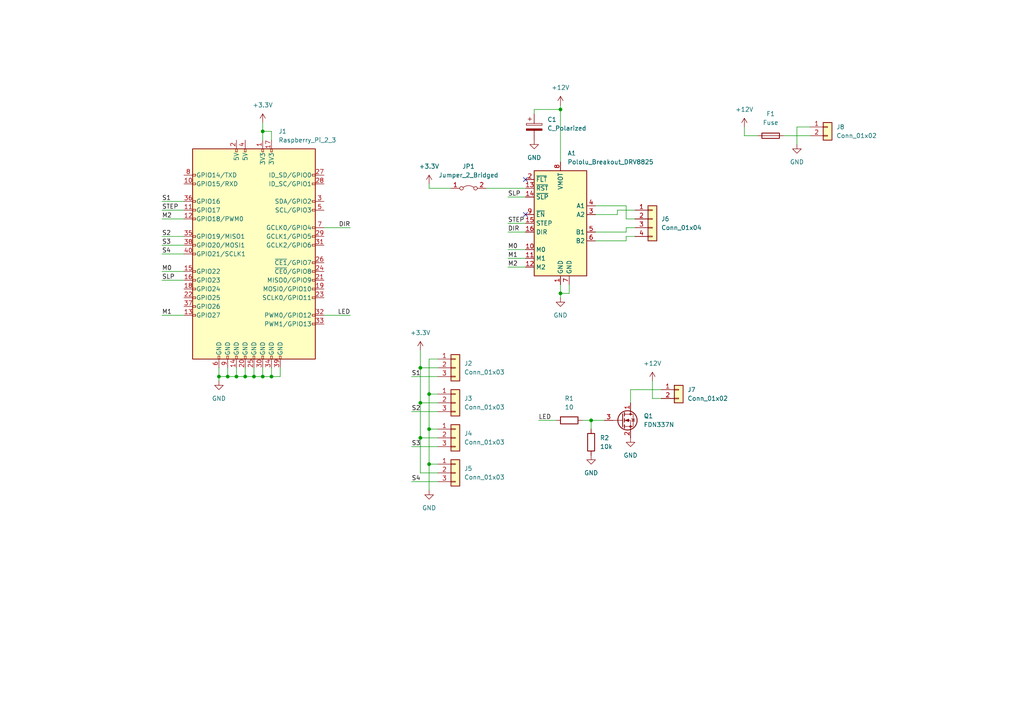
<source format=kicad_sch>
(kicad_sch (version 20211123) (generator eeschema)
  (paper "A4")
  (lib_symbols
    (symbol "Connector:Raspberry_Pi_2_3" (pin_names (offset 1.016))
      (property "Reference" "J" (at -17.78 31.75 0))
      (property "Value" "Raspberry_Pi_2_3" (at 10.16 -31.75 0))
      (symbol "Raspberry_Pi_2_3_0_1"
        (rectangle (start -17.78 30.48) (end 17.78 -30.48) (stroke (width 0.254)) (fill (type background)))
      )
      (symbol "Raspberry_Pi_2_3_1_1"
        (rectangle (start -16.891 -17.526) (end -17.78 -18.034))
        (rectangle (start -16.891 -14.986) (end -17.78 -15.494))
        (rectangle (start -16.891 -12.446) (end -17.78 -12.954))
        (rectangle (start -16.891 -9.906) (end -17.78 -10.414))
        (rectangle (start -16.891 -7.366) (end -17.78 -7.874))
        (rectangle (start -16.891 -4.826) (end -17.78 -5.334))
        (rectangle (start -16.891 0.254) (end -17.78 -0.254))
        (rectangle (start -16.891 2.794) (end -17.78 2.286))
        (rectangle (start -16.891 5.334) (end -17.78 4.826))
        (rectangle (start -16.891 10.414) (end -17.78 9.906))
        (rectangle (start -16.891 12.954) (end -17.78 12.446))
        (rectangle (start -16.891 15.494) (end -17.78 14.986))
        (rectangle (start -16.891 20.574) (end -17.78 20.066))
        (rectangle (start -16.891 23.114) (end -17.78 22.606))
        (rectangle (start -10.414 -29.591) (end -9.906 -30.48))
        (rectangle (start -7.874 -29.591) (end -7.366 -30.48))
        (rectangle (start -5.334 -29.591) (end -4.826 -30.48))
        (rectangle (start -5.334 30.48) (end -4.826 29.591))
        (rectangle (start -2.794 -29.591) (end -2.286 -30.48))
        (rectangle (start -2.794 30.48) (end -2.286 29.591))
        (rectangle (start -0.254 -29.591) (end 0.254 -30.48))
        (rectangle (start 2.286 -29.591) (end 2.794 -30.48))
        (rectangle (start 2.286 30.48) (end 2.794 29.591))
        (rectangle (start 4.826 -29.591) (end 5.334 -30.48))
        (rectangle (start 4.826 30.48) (end 5.334 29.591))
        (rectangle (start 7.366 -29.591) (end 7.874 -30.48))
        (rectangle (start 17.78 -20.066) (end 16.891 -20.574))
        (rectangle (start 17.78 -17.526) (end 16.891 -18.034))
        (rectangle (start 17.78 -12.446) (end 16.891 -12.954))
        (rectangle (start 17.78 -9.906) (end 16.891 -10.414))
        (rectangle (start 17.78 -7.366) (end 16.891 -7.874))
        (rectangle (start 17.78 -4.826) (end 16.891 -5.334))
        (rectangle (start 17.78 -2.286) (end 16.891 -2.794))
        (rectangle (start 17.78 2.794) (end 16.891 2.286))
        (rectangle (start 17.78 5.334) (end 16.891 4.826))
        (rectangle (start 17.78 7.874) (end 16.891 7.366))
        (rectangle (start 17.78 12.954) (end 16.891 12.446))
        (rectangle (start 17.78 15.494) (end 16.891 14.986))
        (rectangle (start 17.78 20.574) (end 16.891 20.066))
        (rectangle (start 17.78 23.114) (end 16.891 22.606))
        (pin power_in line (at 2.54 33.02 270) (length 2.54) (name "3V3") (number "1"))
        (pin bidirectional line (at -20.32 20.32 0) (length 2.54) (name "GPIO15/RXD") (number "10"))
        (pin bidirectional line (at -20.32 12.7 0) (length 2.54) (name "GPIO17") (number "11"))
        (pin bidirectional line (at -20.32 10.16 0) (length 2.54) (name "GPIO18/PWM0") (number "12"))
        (pin bidirectional line (at -20.32 -17.78 0) (length 2.54) (name "GPIO27") (number "13"))
        (pin power_in line (at -5.08 -33.02 90) (length 2.54) (name "GND") (number "14"))
        (pin bidirectional line (at -20.32 -5.08 0) (length 2.54) (name "GPIO22") (number "15"))
        (pin bidirectional line (at -20.32 -7.62 0) (length 2.54) (name "GPIO23") (number "16"))
        (pin power_in line (at 5.08 33.02 270) (length 2.54) (name "3V3") (number "17"))
        (pin bidirectional line (at -20.32 -10.16 0) (length 2.54) (name "GPIO24") (number "18"))
        (pin bidirectional line (at 20.32 -10.16 180) (length 2.54) (name "MOSI0/GPIO10") (number "19"))
        (pin power_in line (at -5.08 33.02 270) (length 2.54) (name "5V") (number "2"))
        (pin power_in line (at -2.54 -33.02 90) (length 2.54) (name "GND") (number "20"))
        (pin bidirectional line (at 20.32 -7.62 180) (length 2.54) (name "MISO0/GPIO9") (number "21"))
        (pin bidirectional line (at -20.32 -12.7 0) (length 2.54) (name "GPIO25") (number "22"))
        (pin bidirectional line (at 20.32 -12.7 180) (length 2.54) (name "SCLK0/GPIO11") (number "23"))
        (pin bidirectional line (at 20.32 -5.08 180) (length 2.54) (name "~{CE0}/GPIO8") (number "24"))
        (pin power_in line (at 0 -33.02 90) (length 2.54) (name "GND") (number "25"))
        (pin bidirectional line (at 20.32 -2.54 180) (length 2.54) (name "~{CE1}/GPIO7") (number "26"))
        (pin bidirectional line (at 20.32 22.86 180) (length 2.54) (name "ID_SD/GPIO0") (number "27"))
        (pin bidirectional line (at 20.32 20.32 180) (length 2.54) (name "ID_SC/GPIO1") (number "28"))
        (pin bidirectional line (at 20.32 5.08 180) (length 2.54) (name "GCLK1/GPIO5") (number "29"))
        (pin bidirectional line (at 20.32 15.24 180) (length 2.54) (name "SDA/GPIO2") (number "3"))
        (pin power_in line (at 2.54 -33.02 90) (length 2.54) (name "GND") (number "30"))
        (pin bidirectional line (at 20.32 2.54 180) (length 2.54) (name "GCLK2/GPIO6") (number "31"))
        (pin bidirectional line (at 20.32 -17.78 180) (length 2.54) (name "PWM0/GPIO12") (number "32"))
        (pin bidirectional line (at 20.32 -20.32 180) (length 2.54) (name "PWM1/GPIO13") (number "33"))
        (pin power_in line (at 5.08 -33.02 90) (length 2.54) (name "GND") (number "34"))
        (pin bidirectional line (at -20.32 5.08 0) (length 2.54) (name "GPIO19/MISO1") (number "35"))
        (pin bidirectional line (at -20.32 15.24 0) (length 2.54) (name "GPIO16") (number "36"))
        (pin bidirectional line (at -20.32 -15.24 0) (length 2.54) (name "GPIO26") (number "37"))
        (pin bidirectional line (at -20.32 2.54 0) (length 2.54) (name "GPIO20/MOSI1") (number "38"))
        (pin power_in line (at 7.62 -33.02 90) (length 2.54) (name "GND") (number "39"))
        (pin power_in line (at -2.54 33.02 270) (length 2.54) (name "5V") (number "4"))
        (pin bidirectional line (at -20.32 0 0) (length 2.54) (name "GPIO21/SCLK1") (number "40"))
        (pin bidirectional line (at 20.32 12.7 180) (length 2.54) (name "SCL/GPIO3") (number "5"))
        (pin power_in line (at -10.16 -33.02 90) (length 2.54) (name "GND") (number "6"))
        (pin bidirectional line (at 20.32 7.62 180) (length 2.54) (name "GCLK0/GPIO4") (number "7"))
        (pin bidirectional line (at -20.32 22.86 0) (length 2.54) (name "GPIO14/TXD") (number "8"))
        (pin power_in line (at -7.62 -33.02 90) (length 2.54) (name "GND") (number "9"))
      )
    )
    (symbol "Connector_Generic:Conn_01x02" (pin_names (offset 1.016) hide)
      (property "Reference" "J" (at 0 2.54 0))
      (property "Value" "Conn_01x02" (at 0 -5.08 0))
      (symbol "Conn_01x02_1_1"
        (rectangle (start -1.27 -2.413) (end 0 -2.667) (stroke (width 0.1524)))
        (rectangle (start -1.27 0.127) (end 0 -0.127) (stroke (width 0.1524)))
        (rectangle (start -1.27 1.27) (end 1.27 -3.81) (stroke (width 0.254)) (fill (type background)))
        (pin passive line (at -5.08 0 0) (length 3.81) (name "Pin_1") (number "1"))
        (pin passive line (at -5.08 -2.54 0) (length 3.81) (name "Pin_2") (number "2"))
      )
    )
    (symbol "Connector_Generic:Conn_01x03" (pin_names (offset 1.016) hide)
      (property "Reference" "J" (at 0 5.08 0))
      (property "Value" "Conn_01x03" (at 0 -5.08 0))
      (symbol "Conn_01x03_1_1"
        (rectangle (start -1.27 -2.413) (end 0 -2.667) (stroke (width 0.1524)))
        (rectangle (start -1.27 0.127) (end 0 -0.127) (stroke (width 0.1524)))
        (rectangle (start -1.27 2.667) (end 0 2.413) (stroke (width 0.1524)))
        (rectangle (start -1.27 3.81) (end 1.27 -3.81) (stroke (width 0.254)) (fill (type background)))
        (pin passive line (at -5.08 2.54 0) (length 3.81) (name "Pin_1") (number "1"))
        (pin passive line (at -5.08 0 0) (length 3.81) (name "Pin_2") (number "2"))
        (pin passive line (at -5.08 -2.54 0) (length 3.81) (name "Pin_3") (number "3"))
      )
    )
    (symbol "Connector_Generic:Conn_01x04" (pin_names (offset 1.016) hide)
      (property "Reference" "J" (at 0 5.08 0))
      (property "Value" "Conn_01x04" (at 0 -7.62 0))
      (symbol "Conn_01x04_1_1"
        (rectangle (start -1.27 -4.953) (end 0 -5.207) (stroke (width 0.1524)))
        (rectangle (start -1.27 -2.413) (end 0 -2.667) (stroke (width 0.1524)))
        (rectangle (start -1.27 0.127) (end 0 -0.127) (stroke (width 0.1524)))
        (rectangle (start -1.27 2.667) (end 0 2.413) (stroke (width 0.1524)))
        (rectangle (start -1.27 3.81) (end 1.27 -6.35) (stroke (width 0.254)) (fill (type background)))
        (pin passive line (at -5.08 2.54 0) (length 3.81) (name "Pin_1") (number "1"))
        (pin passive line (at -5.08 0 0) (length 3.81) (name "Pin_2") (number "2"))
        (pin passive line (at -5.08 -2.54 0) (length 3.81) (name "Pin_3") (number "3"))
        (pin passive line (at -5.08 -5.08 0) (length 3.81) (name "Pin_4") (number "4"))
      )
    )
    (symbol "Device:C_Polarized" (pin_numbers hide) (pin_names (offset 0.254))
      (property "Reference" "C" (at 0.635 2.54 0))
      (property "Value" "C_Polarized" (at 0.635 -2.54 0))
      (symbol "C_Polarized_0_1"
        (rectangle (start -2.286 0.508) (end 2.286 1.016))
        (polyline (pts (xy -1.778 2.286) (xy -0.762 2.286)))
        (polyline (pts (xy -1.27 2.794) (xy -1.27 1.778)))
        (rectangle (start 2.286 -0.508) (end -2.286 -1.016) (fill (type outline)))
      )
      (symbol "C_Polarized_1_1"
        (pin passive line (at 0 3.81 270) (length 2.794) (name "~") (number "1"))
        (pin passive line (at 0 -3.81 90) (length 2.794) (name "~") (number "2"))
      )
    )
    (symbol "Device:Fuse" (pin_numbers hide) (pin_names (offset 0))
      (property "Reference" "F" (at 2.032 0 90))
      (property "Value" "Fuse" (at -1.905 0 90))
      (symbol "Fuse_0_1"
        (rectangle (start -0.762 -2.54) (end 0.762 2.54) (stroke (width 0.254)))
        (polyline (pts (xy 0 2.54) (xy 0 -2.54)))
      )
      (symbol "Fuse_1_1"
        (pin passive line (at 0 3.81 270) (length 1.27) (name "~") (number "1"))
        (pin passive line (at 0 -3.81 90) (length 1.27) (name "~") (number "2"))
      )
    )
    (symbol "Device:Q_NMOS_DSG" (pin_names (offset 0) hide)
      (property "Reference" "Q" (at 5.08 1.27 0))
      (property "Value" "Q_NMOS_DSG" (at 5.08 -1.27 0))
      (symbol "Q_NMOS_DSG_0_1"
        (polyline (pts (xy 0.254 0) (xy -2.54 0)))
        (polyline (pts (xy 0.254 1.905) (xy 0.254 -1.905)) (stroke (width 0.254)))
        (polyline (pts (xy 0.762 -1.27) (xy 0.762 -2.286)) (stroke (width 0.254)))
        (polyline (pts (xy 0.762 0.508) (xy 0.762 -0.508)) (stroke (width 0.254)))
        (polyline (pts (xy 0.762 2.286) (xy 0.762 1.27)) (stroke (width 0.254)))
        (polyline (pts (xy 2.54 2.54) (xy 2.54 1.778)))
        (polyline (pts (xy 2.54 -2.54) (xy 2.54 0) (xy 0.762 0)))
        (polyline (pts (xy 0.762 -1.778) (xy 3.302 -1.778) (xy 3.302 1.778) (xy 0.762 1.778)))
        (polyline (pts (xy 1.016 0) (xy 2.032 0.381) (xy 2.032 -0.381) (xy 1.016 0)) (fill (type outline)))
        (polyline (pts (xy 2.794 0.508) (xy 2.921 0.381) (xy 3.683 0.381) (xy 3.81 0.254)))
        (polyline (pts (xy 3.302 0.381) (xy 2.921 -0.254) (xy 3.683 -0.254) (xy 3.302 0.381)))
        (circle (center 1.651 0) (radius 2.794) (stroke (width 0.254)))
        (circle (center 2.54 -1.778) (radius 0.254) (fill (type outline)))
        (circle (center 2.54 1.778) (radius 0.254) (fill (type outline)))
      )
      (symbol "Q_NMOS_DSG_1_1"
        (pin passive line (at 2.54 5.08 270) (length 2.54) (name "D") (number "1"))
        (pin passive line (at 2.54 -5.08 90) (length 2.54) (name "S") (number "2"))
        (pin input line (at -5.08 0 0) (length 2.54) (name "G") (number "3"))
      )
    )
    (symbol "Device:R" (pin_numbers hide) (pin_names (offset 0))
      (property "Reference" "R" (at 2.032 0 90))
      (property "Value" "R" (at 0 0 90))
      (symbol "R_0_1"
        (rectangle (start -1.016 -2.54) (end 1.016 2.54) (stroke (width 0.254)))
      )
      (symbol "R_1_1"
        (pin passive line (at 0 3.81 270) (length 1.27) (name "~") (number "1"))
        (pin passive line (at 0 -3.81 90) (length 1.27) (name "~") (number "2"))
      )
    )
    (symbol "Driver_Motor:Pololu_Breakout_DRV8825"
      (property "Reference" "A" (at -2.54 16.51 0))
      (property "Value" "Pololu_Breakout_DRV8825" (at -2.54 13.97 0))
      (symbol "Pololu_Breakout_DRV8825_0_1"
        (rectangle (start 7.62 -17.78) (end -7.62 12.7) (stroke (width 0.254)) (fill (type background)))
      )
      (symbol "Pololu_Breakout_DRV8825_1_1"
        (pin power_in line (at 0 -20.32 90) (length 2.54) (name "GND") (number "1"))
        (pin input line (at -10.16 -10.16 0) (length 2.54) (name "M0") (number "10"))
        (pin input line (at -10.16 -12.7 0) (length 2.54) (name "M1") (number "11"))
        (pin input line (at -10.16 -15.24 0) (length 2.54) (name "M2") (number "12"))
        (pin input line (at -10.16 7.62 0) (length 2.54) (name "~{RST}") (number "13"))
        (pin input line (at -10.16 5.08 0) (length 2.54) (name "~{SLP}") (number "14"))
        (pin input line (at -10.16 -2.54 0) (length 2.54) (name "STEP") (number "15"))
        (pin input line (at -10.16 -5.08 0) (length 2.54) (name "DIR") (number "16"))
        (pin output line (at -10.16 10.16 0) (length 2.54) (name "~{FLT}") (number "2"))
        (pin output line (at 10.16 0 180) (length 2.54) (name "A2") (number "3"))
        (pin output line (at 10.16 2.54 180) (length 2.54) (name "A1") (number "4"))
        (pin output line (at 10.16 -5.08 180) (length 2.54) (name "B1") (number "5"))
        (pin output line (at 10.16 -7.62 180) (length 2.54) (name "B2") (number "6"))
        (pin power_in line (at 2.54 -20.32 90) (length 2.54) (name "GND") (number "7"))
        (pin power_in line (at 0 15.24 270) (length 2.54) (name "VMOT") (number "8"))
        (pin input line (at -10.16 0 0) (length 2.54) (name "~{EN}") (number "9"))
      )
    )
    (symbol "Jumper:Jumper_2_Bridged" (pin_names (offset 0) hide)
      (property "Reference" "JP" (at 0 1.905 0))
      (property "Value" "Jumper_2_Bridged" (at 0 -2.54 0))
      (symbol "Jumper_2_Bridged_0_0"
        (circle (center -2.032 0) (radius 0.508))
        (circle (center 2.032 0) (radius 0.508))
      )
      (symbol "Jumper_2_Bridged_0_1"
        (arc (start 1.524 0.254) (mid 0 0.762) (end -1.524 0.254))
      )
      (symbol "Jumper_2_Bridged_1_1"
        (pin passive line (at -5.08 0 0) (length 2.54) (name "A") (number "1"))
        (pin passive line (at 5.08 0 180) (length 2.54) (name "B") (number "2"))
      )
    )
    (symbol "power:+12V" (power) (pin_names (offset 0))
      (property "Value" "+12V" (at 0 3.556 0))
      (symbol "+12V_0_1"
        (polyline (pts (xy -0.762 1.27) (xy 0 2.54)))
        (polyline (pts (xy 0 0) (xy 0 2.54)))
        (polyline (pts (xy 0 2.54) (xy 0.762 1.27)))
      )
      (symbol "+12V_1_1"
        (pin power_in line (at 0 0 90) (length 0) hide (name "+12V") (number "1"))
      )
    )
    (symbol "power:+3.3V" (power) (pin_names (offset 0))
      (property "Value" "+3.3V" (at 0 3.556 0))
      (symbol "+3.3V_0_1"
        (polyline (pts (xy -0.762 1.27) (xy 0 2.54)))
        (polyline (pts (xy 0 0) (xy 0 2.54)))
        (polyline (pts (xy 0 2.54) (xy 0.762 1.27)))
      )
      (symbol "+3.3V_1_1"
        (pin power_in line (at 0 0 90) (length 0) hide (name "+3.3V") (number "1"))
      )
    )
    (symbol "power:GND" (power) (pin_names (offset 0))
      (property "Value" "GND" (at 0 -3.81 0))
      (symbol "GND_0_1"
        (polyline (pts (xy 0 0) (xy 0 -1.27) (xy 1.27 -1.27) (xy 0 -2.54) (xy -1.27 -1.27) (xy 0 -1.27)))
      )
      (symbol "GND_1_1"
        (pin power_in line (at 0 0 270) (length 0) hide (name "GND") (number "1"))
      )
    )
  )
  (junction (at 63.5 109.22))
  (junction (at 121.92 127))
  (junction (at 121.92 106.68))
  (junction (at 124.46 134.62))
  (junction (at 68.58 109.22))
  (junction (at 124.46 114.3))
  (junction (at 162.56 85.09))
  (junction (at 76.2 38.1))
  (junction (at 71.12 109.22))
  (junction (at 73.66 109.22))
  (junction (at 76.2 109.22))
  (junction (at 78.74 109.22))
  (junction (at 121.92 116.84))
  (junction (at 171.45 121.92))
  (junction (at 124.46 124.46))
  (junction (at 162.56 31.75))
  (junction (at 66.04 109.22))
  (no_connect (at 152.4 52.07))
  (no_connect (at 152.4 62.23))
  (wire (pts (xy 171.45 121.92) (xy 175.26 121.92)))
  (wire (pts (xy 124.46 134.62) (xy 127 134.62)))
  (wire (pts (xy 46.99 68.58) (xy 53.34 68.58)))
  (wire (pts (xy 165.1 85.09) (xy 165.1 82.55)))
  (wire (pts (xy 181.61 59.69) (xy 181.61 63.5)))
  (wire (pts (xy 124.46 134.62) (xy 124.46 142.24)))
  (wire (pts (xy 181.61 63.5) (xy 184.15 63.5)))
  (wire (pts (xy 147.32 64.77) (xy 152.4 64.77)))
  (wire (pts (xy 172.72 67.31) (xy 181.61 67.31)))
  (wire (pts (xy 73.66 109.22) (xy 71.12 109.22)))
  (wire (pts (xy 93.98 91.44) (xy 101.6 91.44)))
  (wire (pts (xy 227.33 39.37) (xy 234.95 39.37)))
  (wire (pts (xy 179.07 60.96) (xy 179.07 62.23)))
  (wire (pts (xy 181.61 67.31) (xy 181.61 66.04)))
  (wire (pts (xy 124.46 124.46) (xy 127 124.46)))
  (wire (pts (xy 162.56 31.75) (xy 162.56 46.99)))
  (wire (pts (xy 162.56 85.09) (xy 162.56 86.36)))
  (wire (pts (xy 76.2 38.1) (xy 76.2 40.64)))
  (wire (pts (xy 78.74 109.22) (xy 76.2 109.22)))
  (wire (pts (xy 93.98 66.04) (xy 101.6 66.04)))
  (wire (pts (xy 181.61 66.04) (xy 184.15 66.04)))
  (wire (pts (xy 46.99 58.42) (xy 53.34 58.42)))
  (wire (pts (xy 46.99 60.96) (xy 53.34 60.96)))
  (wire (pts (xy 46.99 63.5) (xy 53.34 63.5)))
  (wire (pts (xy 46.99 73.66) (xy 53.34 73.66)))
  (wire (pts (xy 119.38 119.38) (xy 127 119.38)))
  (wire (pts (xy 81.28 109.22) (xy 78.74 109.22)))
  (wire (pts (xy 46.99 81.28) (xy 53.34 81.28)))
  (wire (pts (xy 172.72 59.69) (xy 181.61 59.69)))
  (wire (pts (xy 46.99 91.44) (xy 53.34 91.44)))
  (wire (pts (xy 71.12 106.68) (xy 71.12 109.22)))
  (wire (pts (xy 154.94 33.02) (xy 154.94 31.75)))
  (wire (pts (xy 162.56 30.48) (xy 162.56 31.75)))
  (wire (pts (xy 66.04 109.22) (xy 63.5 109.22)))
  (wire (pts (xy 119.38 139.7) (xy 127 139.7)))
  (wire (pts (xy 121.92 106.68) (xy 127 106.68)))
  (wire (pts (xy 46.99 78.74) (xy 53.34 78.74)))
  (wire (pts (xy 63.5 109.22) (xy 63.5 110.49)))
  (wire (pts (xy 121.92 137.16) (xy 127 137.16)))
  (wire (pts (xy 121.92 116.84) (xy 127 116.84)))
  (wire (pts (xy 124.46 104.14) (xy 124.46 114.3)))
  (wire (pts (xy 76.2 106.68) (xy 76.2 109.22)))
  (wire (pts (xy 215.9 36.83) (xy 215.9 39.37)))
  (wire (pts (xy 171.45 124.46) (xy 171.45 121.92)))
  (wire (pts (xy 147.32 72.39) (xy 152.4 72.39)))
  (wire (pts (xy 68.58 109.22) (xy 66.04 109.22)))
  (wire (pts (xy 119.38 129.54) (xy 127 129.54)))
  (wire (pts (xy 184.15 60.96) (xy 179.07 60.96)))
  (wire (pts (xy 172.72 69.85) (xy 181.61 69.85)))
  (wire (pts (xy 66.04 106.68) (xy 66.04 109.22)))
  (wire (pts (xy 76.2 109.22) (xy 73.66 109.22)))
  (wire (pts (xy 73.66 106.68) (xy 73.66 109.22)))
  (wire (pts (xy 81.28 106.68) (xy 81.28 109.22)))
  (wire (pts (xy 124.46 114.3) (xy 127 114.3)))
  (wire (pts (xy 189.23 110.49) (xy 189.23 115.57)))
  (wire (pts (xy 182.88 116.84) (xy 182.88 113.03)))
  (wire (pts (xy 182.88 113.03) (xy 191.77 113.03)))
  (wire (pts (xy 147.32 74.93) (xy 152.4 74.93)))
  (wire (pts (xy 76.2 35.56) (xy 76.2 38.1)))
  (wire (pts (xy 121.92 116.84) (xy 121.92 127)))
  (wire (pts (xy 121.92 101.6) (xy 121.92 106.68)))
  (wire (pts (xy 181.61 69.85) (xy 181.61 68.58)))
  (wire (pts (xy 179.07 62.23) (xy 172.72 62.23)))
  (wire (pts (xy 234.95 36.83) (xy 231.14 36.83)))
  (wire (pts (xy 124.46 54.61) (xy 130.81 54.61)))
  (wire (pts (xy 63.5 106.68) (xy 63.5 109.22)))
  (wire (pts (xy 78.74 40.64) (xy 78.74 38.1)))
  (wire (pts (xy 71.12 109.22) (xy 68.58 109.22)))
  (wire (pts (xy 124.46 104.14) (xy 127 104.14)))
  (wire (pts (xy 119.38 109.22) (xy 127 109.22)))
  (wire (pts (xy 46.99 71.12) (xy 53.34 71.12)))
  (wire (pts (xy 147.32 77.47) (xy 152.4 77.47)))
  (wire (pts (xy 121.92 106.68) (xy 121.92 116.84)))
  (wire (pts (xy 162.56 82.55) (xy 162.56 85.09)))
  (wire (pts (xy 124.46 124.46) (xy 124.46 134.62)))
  (wire (pts (xy 147.32 67.31) (xy 152.4 67.31)))
  (wire (pts (xy 78.74 38.1) (xy 76.2 38.1)))
  (wire (pts (xy 191.77 115.57) (xy 189.23 115.57)))
  (wire (pts (xy 168.91 121.92) (xy 171.45 121.92)))
  (wire (pts (xy 215.9 39.37) (xy 219.71 39.37)))
  (wire (pts (xy 231.14 36.83) (xy 231.14 41.91)))
  (wire (pts (xy 140.97 54.61) (xy 152.4 54.61)))
  (wire (pts (xy 162.56 85.09) (xy 165.1 85.09)))
  (wire (pts (xy 147.32 57.15) (xy 152.4 57.15)))
  (wire (pts (xy 154.94 31.75) (xy 162.56 31.75)))
  (wire (pts (xy 156.21 121.92) (xy 161.29 121.92)))
  (wire (pts (xy 121.92 127) (xy 121.92 137.16)))
  (wire (pts (xy 181.61 68.58) (xy 184.15 68.58)))
  (wire (pts (xy 78.74 106.68) (xy 78.74 109.22)))
  (wire (pts (xy 124.46 114.3) (xy 124.46 124.46)))
  (wire (pts (xy 68.58 106.68) (xy 68.58 109.22)))
  (wire (pts (xy 124.46 53.34) (xy 124.46 54.61)))
  (wire (pts (xy 121.92 127) (xy 127 127)))
  (label "S1" (at 119.38 109.22 0))
  (label "S3" (at 46.99 71.12 0))
  (label "LED" (at 101.6 91.44 180))
  (label "M1" (at 46.99 91.44 0))
  (label "S3" (at 119.38 129.54 0))
  (label "M0" (at 147.32 72.39 0))
  (label "M1" (at 147.32 74.93 0))
  (label "S4" (at 119.38 139.7 0))
  (label "DIR" (at 101.6 66.04 180))
  (label "S1" (at 46.99 58.42 0))
  (label "LED" (at 156.21 121.92 0))
  (label "S2" (at 46.99 68.58 0))
  (label "SLP" (at 147.32 57.15 0))
  (label "M2" (at 147.32 77.47 0))
  (label "S2" (at 119.38 119.38 0))
  (label "STEP" (at 46.99 60.96 0))
  (label "SLP" (at 46.99 81.28 0))
  (label "M2" (at 46.99 63.5 0))
  (label "M0" (at 46.99 78.74 0))
  (label "DIR" (at 147.32 67.31 0))
  (label "STEP" (at 147.32 64.77 0))
  (label "S4" (at 46.99 73.66 0))
  (symbol (lib_id "Jumper:Jumper_2_Bridged") (at 135.89 54.61 0) (unit 1)
    (property "Reference" "JP1" (at 135.89 48.26 0))
    (property "Value" "Jumper_2_Bridged" (at 135.89 50.8 0))
    (property "Footprint" "Jumper:SolderJumper-2_P1.3mm_Bridged_RoundedPad1.0x1.5mm" (effects hide))
  )
  (symbol (lib_id "power:+3.3V") (at 121.92 101.6 0) (unit 1)
    (property "Reference" "#PWR03" (effects hide))
    (property "Value" "+3.3V" (at 121.92 96.52 0))
  )
  (symbol (lib_id "Device:R") (at 171.45 128.27 0) (unit 1)
    (property "Reference" "R2" (at 173.99 126.9999 0) (effects (justify left)))
    (property "Value" "10k" (at 173.99 129.5399 0) (effects (justify left)))
    (property "Footprint" "Resistor_SMD:R_0603_1608Metric_Pad0.98x0.95mm_HandSolder" (effects hide))
  )
  (symbol (lib_id "power:GND") (at 63.5 110.49 0) (unit 1)
    (property "Reference" "#PWR01" (effects hide))
    (property "Value" "GND" (at 63.5 115.57 0))
  )
  (symbol (lib_id "Connector_Generic:Conn_01x03") (at 132.08 116.84 0) (unit 1)
    (property "Reference" "J3" (at 134.62 115.5699 0) (effects (justify left)))
    (property "Value" "Conn_01x03" (at 134.62 118.1099 0) (effects (justify left)))
    (property "Footprint" "Connector_Wire:SolderWire-0.25sqmm_1x03_P4.2mm_D0.65mm_OD1.7mm_Relief" (effects hide))
  )
  (symbol (lib_id "power:GND") (at 171.45 132.08 0) (unit 1)
    (property "Reference" "#PWR09" (effects hide))
    (property "Value" "GND" (at 171.45 137.16 0))
  )
  (symbol (lib_id "power:+3.3V") (at 124.46 53.34 0) (unit 1)
    (property "Reference" "#PWR04" (effects hide))
    (property "Value" "+3.3V" (at 124.46 48.26 0))
  )
  (symbol (lib_id "power:GND") (at 162.56 86.36 0) (unit 1)
    (property "Reference" "#PWR08" (effects hide))
    (property "Value" "GND" (at 162.56 91.44 0))
  )
  (symbol (lib_id "Connector:Raspberry_Pi_2_3") (at 73.66 73.66 0) (unit 1)
    (property "Reference" "J1" (at 80.7594 38.1 0) (effects (justify left)))
    (property "Value" "Raspberry_Pi_2_3" (at 80.7594 40.64 0) (effects (justify left)))
    (property "Footprint" "Connector_PinSocket_2.54mm:PinSocket_2x20_P2.54mm_Vertical" (effects hide))
    (property "Datasheet" "https://www.raspberrypi.org/documentation/hardware/raspberrypi/schematics/rpi_SCH_3bplus_1p0_reduced.pdf" (effects hide))
  )
  (symbol (lib_id "Connector_Generic:Conn_01x02") (at 240.03 36.83 0) (unit 1)
    (property "Reference" "J8" (at 242.57 36.8299 0) (effects (justify left)))
    (property "Value" "Conn_01x02" (at 242.57 39.3699 0) (effects (justify left)))
    (property "Footprint" "Connector_Wire:SolderWire-0.5sqmm_1x02_P4.6mm_D0.9mm_OD2.1mm_Relief" (effects hide))
  )
  (symbol (lib_id "power:GND") (at 154.94 40.64 0) (unit 1)
    (property "Reference" "#PWR06" (effects hide))
    (property "Value" "GND" (at 154.94 45.72 0))
  )
  (symbol (lib_id "power:+12V") (at 189.23 110.49 0) (unit 1)
    (property "Reference" "#PWR011" (effects hide))
    (property "Value" "+12V" (at 189.23 105.41 0))
  )
  (symbol (lib_id "power:+12V") (at 215.9 36.83 0) (unit 1)
    (property "Reference" "#PWR012" (effects hide))
    (property "Value" "+12V" (at 215.9 31.75 0))
  )
  (symbol (lib_id "Driver_Motor:Pololu_Breakout_DRV8825") (at 162.56 62.23 0) (unit 1)
    (property "Reference" "A1" (at 164.5794 44.45 0) (effects (justify left)))
    (property "Value" "Pololu_Breakout_DRV8825" (at 164.5794 46.99 0) (effects (justify left)))
    (property "Footprint" "Module:Pololu_Breakout-16_15.2x20.3mm" (effects hide))
    (property "Datasheet" "https://www.pololu.com/product/2982" (effects hide))
  )
  (symbol (lib_id "Device:Fuse") (at 223.52 39.37 90) (unit 1)
    (property "Reference" "F1" (at 223.52 33.02 90))
    (property "Value" "Fuse" (at 223.52 35.56 90))
    (property "Footprint" "Fuse:Fuseholder_Littelfuse_445_030_series_5x20mm" (effects hide))
  )
  (symbol (lib_id "Connector_Generic:Conn_01x03") (at 132.08 137.16 0) (unit 1)
    (property "Reference" "J5" (at 134.62 135.8899 0) (effects (justify left)))
    (property "Value" "Conn_01x03" (at 134.62 138.4299 0) (effects (justify left)))
    (property "Footprint" "Connector_Wire:SolderWire-0.25sqmm_1x03_P4.2mm_D0.65mm_OD1.7mm_Relief" (effects hide))
  )
  (symbol (lib_id "Connector_Generic:Conn_01x03") (at 132.08 127 0) (unit 1)
    (property "Reference" "J4" (at 134.62 125.7299 0) (effects (justify left)))
    (property "Value" "Conn_01x03" (at 134.62 128.2699 0) (effects (justify left)))
    (property "Footprint" "Connector_Wire:SolderWire-0.25sqmm_1x03_P4.2mm_D0.65mm_OD1.7mm_Relief" (effects hide))
  )
  (symbol (lib_id "power:GND") (at 231.14 41.91 0) (unit 1)
    (property "Reference" "#PWR013" (effects hide))
    (property "Value" "GND" (at 231.14 46.99 0))
  )
  (symbol (lib_id "Connector_Generic:Conn_01x02") (at 196.85 113.03 0) (unit 1)
    (property "Reference" "J7" (at 199.39 113.0299 0) (effects (justify left)))
    (property "Value" "Conn_01x02" (at 199.39 115.5699 0) (effects (justify left)))
    (property "Footprint" "Connector_Wire:SolderWire-0.25sqmm_1x02_P4.2mm_D0.65mm_OD1.7mm_Relief" (effects hide))
  )
  (symbol (lib_id "power:+12V") (at 162.56 30.48 0) (unit 1)
    (property "Reference" "#PWR07" (effects hide))
    (property "Value" "+12V" (at 162.56 25.4 0))
  )
  (symbol (lib_id "Device:R") (at 165.1 121.92 90) (unit 1)
    (property "Reference" "R1" (at 165.1 115.57 90))
    (property "Value" "10" (at 165.1 118.11 90))
    (property "Footprint" "Resistor_SMD:R_0603_1608Metric_Pad0.98x0.95mm_HandSolder" (effects hide))
  )
  (symbol (lib_id "Connector_Generic:Conn_01x04") (at 189.23 63.5 0) (unit 1)
    (property "Reference" "J6" (at 191.77 63.4999 0) (effects (justify left)))
    (property "Value" "Conn_01x04" (at 191.77 66.0399 0) (effects (justify left)))
    (property "Footprint" "Connector_Wire:SolderWire-0.25sqmm_1x04_P4.2mm_D0.65mm_OD1.7mm_Relief" (effects hide))
  )
  (symbol (lib_id "Device:Q_NMOS_DSG") (at 180.34 121.92 0) (unit 1)
    (property "Reference" "Q1" (at 186.69 120.6499 0) (effects (justify left)))
    (property "Value" "FDN337N" (at 186.69 123.1899 0) (effects (justify left)))
    (property "Footprint" "Package_TO_SOT_SMD:SOT-23_Handsoldering" (effects hide))
  )
  (symbol (lib_id "power:GND") (at 182.88 127 0) (unit 1)
    (property "Reference" "#PWR010" (effects hide))
    (property "Value" "GND" (at 182.88 132.08 0))
  )
  (symbol (lib_id "Device:C_Polarized") (at 154.94 36.83 0) (unit 1)
    (property "Reference" "C1" (at 158.75 34.6709 0) (effects (justify left)))
    (property "Value" "C_Polarized" (at 158.75 37.2109 0) (effects (justify left)))
    (property "Footprint" "Capacitor_THT:CP_Radial_D8.0mm_P5.00mm" (effects hide))
  )
  (symbol (lib_id "Connector_Generic:Conn_01x03") (at 132.08 106.68 0) (unit 1)
    (property "Reference" "J2" (at 134.62 105.4099 0) (effects (justify left)))
    (property "Value" "Conn_01x03" (at 134.62 107.9499 0) (effects (justify left)))
    (property "Footprint" "Connector_Wire:SolderWire-0.25sqmm_1x03_P4.2mm_D0.65mm_OD1.7mm_Relief" (effects hide))
  )
  (symbol (lib_id "power:+3.3V") (at 76.2 35.56 0) (unit 1)
    (property "Reference" "#PWR02" (effects hide))
    (property "Value" "+3.3V" (at 76.2 30.48 0))
  )
  (symbol (lib_id "power:GND") (at 124.46 142.24 0) (unit 1)
    (property "Reference" "#PWR05" (effects hide))
    (property "Value" "GND" (at 124.46 147.32 0))
  )
)
</source>
